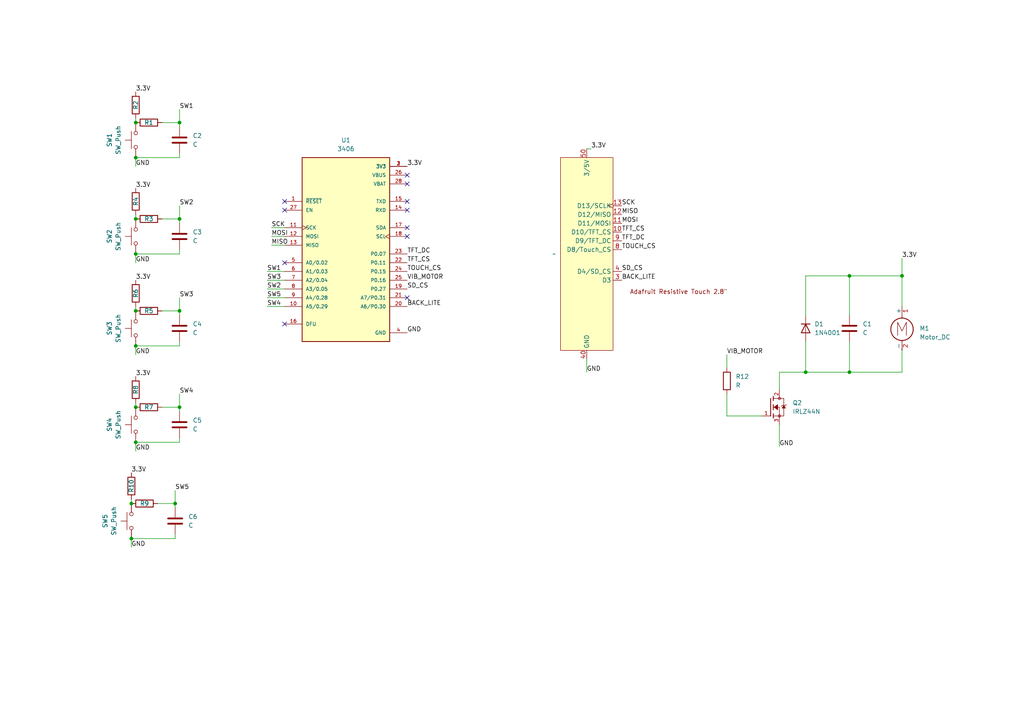
<source format=kicad_sch>
(kicad_sch (version 20231120) (generator "eeschema") (generator_version "8.0")
  (paper "A4")
  (title_block (title "Teamagotchi PCB") (date "2024-04-22") (rev "0.1"))
  (lib_symbols
    (symbol "3406:3406" (pin_names (offset 1.016))
      (property "Reference" "U1" (at 0 30.48 0))
      (property "Value" "3406" (at 0 27.94 0))
      (symbol "3406_0_0"
        (rectangle (start -12.7 -27.94) (end 12.7 25.4) (stroke (width 0.254)) (fill (type background)))
        (pin input line (at -17.78 12.7 0) (length 5.08) (name "~{RESET}") (number "1"))
        (pin bidirectional line (at -17.78 -17.78 0) (length 5.08) (name "A5/0.29") (number "10"))
        (pin input clock (at -17.78 5.08 0) (length 5.08) (name "SCK") (number "11"))
        (pin input line (at -17.78 2.54 0) (length 5.08) (name "MOSI") (number "12"))
        (pin output line (at -17.78 0 0) (length 5.08) (name "MISO") (number "13"))
        (pin input line (at 17.78 10.16 180) (length 5.08) (name "RXD") (number "14"))
        (pin output line (at 17.78 12.7 180) (length 5.08) (name "TXD") (number "15"))
        (pin passive line (at -17.78 -22.86 0) (length 5.08) (name "DFU") (number "16"))
        (pin bidirectional line (at 17.78 5.08 180) (length 5.08) (name "SDA") (number "17"))
        (pin input clock (at 17.78 2.54 180) (length 5.08) (name "SCL") (number "18"))
        (pin bidirectional line (at 17.78 -12.7 180) (length 5.08) (name "P0.27") (number "19"))
        (pin bidirectional line (at 17.78 -17.78 180) (length 5.08) (name "A6/P0.30") (number "20"))
        (pin bidirectional line (at 17.78 -15.24 180) (length 5.08) (name "A7/P0.31") (number "21"))
        (pin bidirectional line (at 17.78 -5.08 180) (length 5.08) (name "P0.11") (number "22"))
        (pin bidirectional line (at 17.78 -2.54 180) (length 5.08) (name "P0.07") (number "23"))
        (pin bidirectional line (at 17.78 -7.62 180) (length 5.08) (name "P0.15") (number "24"))
        (pin bidirectional line (at 17.78 -10.16 180) (length 5.08) (name "P0.16") (number "25"))
        (pin power_in line (at 17.78 20.32 180) (length 5.08) (name "VBUS") (number "26"))
        (pin input line (at -17.78 10.16 0) (length 5.08) (name "EN") (number "27"))
        (pin power_in line (at 17.78 17.78 180) (length 5.08) (name "VBAT") (number "28"))
        (pin power_in line (at 17.78 22.86 180) (length 5.08) (name "3V3") (number "3"))
        (pin bidirectional line (at -17.78 -5.08 0) (length 5.08) (name "A0/0.02") (number "5"))
        (pin bidirectional line (at -17.78 -7.62 0) (length 5.08) (name "A1/0.03") (number "6"))
        (pin bidirectional line (at -17.78 -10.16 0) (length 5.08) (name "A2/0.04") (number "7"))
        (pin bidirectional line (at -17.78 -12.7 0) (length 5.08) (name "A3/0.05") (number "8"))
        (pin bidirectional line (at -17.78 -15.24 0) (length 5.08) (name "A4/0.28") (number "9"))
      )
      (symbol "3406_1_0"
        (pin power_out line (at 17.78 22.86 180) (length 5.08) (name "3V3") (number "2"))
        (pin power_out line (at 17.78 -25.4 180) (length 5.08) (name "GND") (number "4"))
      )
    )
    (symbol "Device:C" (pin_numbers hide) (pin_names (offset 0.254))
      (property "Reference" "C" (at 0.635 2.54 0))
      (property "Value" "C" (at 0.635 -2.54 0))
      (symbol "C_0_1"
        (polyline (pts (xy -2.032 -0.762) (xy 2.032 -0.762)) (stroke (width 0.508)))
        (polyline (pts (xy -2.032 0.762) (xy 2.032 0.762)) (stroke (width 0.508)))
      )
      (symbol "C_1_1"
        (pin passive line (at 0 3.81 270) (length 2.794) (name "~") (number "1"))
        (pin passive line (at 0 -3.81 90) (length 2.794) (name "~") (number "2"))
      )
    )
    (symbol "Device:R" (pin_numbers hide) (pin_names (offset 0))
      (property "Reference" "R" (at 2.032 0 90))
      (property "Value" "R" (at 0 0 90))
      (symbol "R_0_1"
        (rectangle (start -1.016 -2.54) (end 1.016 2.54) (stroke (width 0.254)))
      )
      (symbol "R_1_1"
        (pin passive line (at 0 3.81 270) (length 1.27) (name "~") (number "1"))
        (pin passive line (at 0 -3.81 90) (length 1.27) (name "~") (number "2"))
      )
    )
    (symbol "Diode:1N4001" (pin_numbers hide) (pin_names hide)
      (property "Reference" "D" (at 0 2.54 0))
      (property "Value" "1N4001" (at 0 -2.54 0))
      (symbol "1N4001_0_1"
        (polyline (pts (xy -1.27 1.27) (xy -1.27 -1.27)) (stroke (width 0.254)))
        (polyline (pts (xy 1.27 0) (xy -1.27 0)))
        (polyline (pts (xy 1.27 1.27) (xy 1.27 -1.27) (xy -1.27 0) (xy 1.27 1.27)) (stroke (width 0.254)))
      )
      (symbol "1N4001_1_1"
        (pin passive line (at -3.81 0 0) (length 2.54) (name "K") (number "1"))
        (pin passive line (at 3.81 0 180) (length 2.54) (name "A") (number "2"))
      )
    )
    (symbol "Motor:Motor_DC" (pin_names (offset 0))
      (property "Reference" "M" (at 2.54 2.54 0))
      (property "Value" "Motor_DC" (at 2.54 -5.08 0))
      (symbol "Motor_DC_0_0"
        (polyline (pts (xy -1.27 -3.302) (xy -1.27 0.508) (xy 0 -2.032) (xy 1.27 0.508) (xy 1.27 -3.302)))
      )
      (symbol "Motor_DC_0_1"
        (circle (center 0 -1.524) (radius 3.2512) (stroke (width 0.254)))
        (polyline (pts (xy 0 -7.62) (xy 0 -7.112)))
        (polyline (pts (xy 0 -4.7752) (xy 0 -5.1816)))
        (polyline (pts (xy 0 1.7272) (xy 0 2.0828)))
        (polyline (pts (xy 0 2.032) (xy 0 2.54)))
      )
      (symbol "Motor_DC_1_1"
        (pin passive line (at 0 5.08 270) (length 2.54) (name "+") (number "1"))
        (pin passive line (at 0 -7.62 90) (length 2.54) (name "-") (number "2"))
      )
    )
    (symbol "Switch:SW_Push" (pin_numbers hide) (pin_names (offset 1.016) hide)
      (property "Reference" "SW" (at 1.27 2.54 0))
      (property "Value" "SW_Push" (at 0 -1.524 0))
      (symbol "SW_Push_0_1"
        (circle (center -2.032 0) (radius 0.508))
        (polyline (pts (xy 0 1.27) (xy 0 3.048)))
        (polyline (pts (xy 2.54 1.27) (xy -2.54 1.27)))
        (circle (center 2.032 0) (radius 0.508))
        (pin passive line (at -5.08 0 0) (length 2.54) (name "1") (number "1"))
        (pin passive line (at 5.08 0 180) (length 2.54) (name "2") (number "2"))
      )
    )
    (symbol "dispaly:display-2.8{dblquote}"
      (symbol "display-2.8{dblquote}_1_0"
        (pin input line (at 10.16 6.35 180) (length 2.54) (name "D10/TFT_CS") (number "10"))
        (pin output line (at 10.16 8.89 180) (length 2.54) (name "D11/MOSI") (number "11"))
        (pin input line (at 10.16 11.43 180) (length 2.54) (name "D12/MISO") (number "12"))
        (pin output clock (at 10.16 13.97 180) (length 2.54) (name "D13/SCLK") (number "13"))
        (pin input line (at 10.16 -5.08 180) (length 2.54) (name "D4/SD_CS") (number "4"))
        (pin power_in line (at 0 -30.48 90) (length 2.54) (name "GND") (number "40"))
        (pin power_in line (at 0 30.48 270) (length 2.54) (name "3/5V") (number "50"))
        (pin input line (at 10.16 1.27 180) (length 2.54) (name "D8/Touch_CS") (number "8"))
        (pin input line (at 10.16 3.81 180) (length 2.54) (name "D9/TFT_DC") (number "9"))
      )
      (symbol "display-2.8{dblquote}_1_1"
        (rectangle (start -7.62 27.94) (end 7.62 -27.94) (fill (type background)))
        (text "Adafruit Resistive Touch 2.8\"" (at 26.67 -10.922 0) (effects (font (size 1.27 1.27))))
        (pin input line (at 10.16 -7.62 180) (length 2.54) (name "D3") (number "3"))
      )
    )
    (symbol "symbols:IRLZ44N" (pin_names (offset 1.016))
      (property "Reference" "Q" (at -8.89 2.54 0))
      (property "Value" "IRLZ44N" (at -8.89 -7.62 0))
      (symbol "IRLZ44N_0_0"
        (polyline (pts (xy 0 2.54) (xy 0 -2.54)) (stroke (width 0.254)))
        (polyline (pts (xy 0.762 -2.54) (xy 0.762 -3.175)) (stroke (width 0.254)))
        (polyline (pts (xy 0.762 -1.905) (xy 0.762 -2.54)) (stroke (width 0.254)))
        (polyline (pts (xy 0.762 0) (xy 0.762 -0.762)) (stroke (width 0.254)))
        (polyline (pts (xy 0.762 0) (xy 2.54 0)) (stroke (width 0.1524)))
        (polyline (pts (xy 0.762 0.762) (xy 0.762 0)) (stroke (width 0.254)))
        (polyline (pts (xy 0.762 2.54) (xy 0.762 1.905)) (stroke (width 0.254)))
        (polyline (pts (xy 0.762 2.54) (xy 3.81 2.54)) (stroke (width 0.1524)))
        (polyline (pts (xy 0.762 3.175) (xy 0.762 2.54)) (stroke (width 0.254)))
        (polyline (pts (xy 2.54 -2.54) (xy 0.762 -2.54)) (stroke (width 0.1524)))
        (polyline (pts (xy 2.54 -2.54) (xy 3.81 -2.54)) (stroke (width 0.1524)))
        (polyline (pts (xy 2.54 0) (xy 2.54 -2.54)) (stroke (width 0.1524)))
        (polyline (pts (xy 3.302 0.508) (xy 3.048 0.254)) (stroke (width 0.1524)))
        (polyline (pts (xy 3.81 0.508) (xy 3.302 0.508)) (stroke (width 0.1524)))
        (polyline (pts (xy 3.81 0.508) (xy 3.81 -2.54)) (stroke (width 0.1524)))
        (polyline (pts (xy 3.81 2.54) (xy 3.81 0.508)) (stroke (width 0.1524)))
        (polyline (pts (xy 4.318 0.508) (xy 3.81 0.508)) (stroke (width 0.1524)))
        (polyline (pts (xy 4.572 0.762) (xy 4.318 0.508)) (stroke (width 0.1524)))
        (polyline (pts (xy 1.016 0) (xy 2.032 0.762) (xy 2.032 -0.762) (xy 1.016 0)) (stroke (width 0.1524)) (fill (type outline)))
        (polyline (pts (xy 3.81 0.508) (xy 3.302 -0.254) (xy 4.318 -0.254) (xy 3.81 0.508)) (stroke (width 0.1524)) (fill (type outline)))
        (circle (center 2.54 -2.54) (radius 0.3592))
        (circle (center 2.54 2.54) (radius 0.3592))
        (pin passive line (at -2.54 -2.54 0) (length 2.54) (name "~") (number "1"))
        (pin passive line (at 2.54 5.08 270) (length 2.54) (name "~") (number "2"))
        (pin passive line (at 2.54 -5.08 90) (length 2.54) (name "~") (number "3"))
      )
    )
  )
  (junction (at 39.37 90.17))
  (junction (at 50.8 146.05))
  (junction (at 39.37 73.66))
  (junction (at 38.1 156.21))
  (junction (at 52.07 35.56))
  (junction (at 39.37 63.5))
  (junction (at 52.07 63.5))
  (junction (at 52.07 90.17))
  (junction (at 38.1 146.05))
  (junction (at 233.68 107.95))
  (junction (at 39.37 128.27))
  (junction (at 39.37 118.11))
  (junction (at 39.37 100.33))
  (junction (at 39.37 45.72))
  (junction (at 39.37 35.56))
  (junction (at 52.07 118.11))
  (junction (at 261.62 80.01))
  (junction (at 246.38 107.95))
  (junction (at 246.38 80.01))
  (no_connect (at 118.11 58.42))
  (no_connect (at 118.11 66.04))
  (no_connect (at 82.55 60.96))
  (no_connect (at 118.11 86.36))
  (no_connect (at 82.55 58.42))
  (no_connect (at 118.11 53.34))
  (no_connect (at 118.11 60.96))
  (no_connect (at 82.55 93.98))
  (no_connect (at 82.55 76.2))
  (no_connect (at 118.11 50.8))
  (no_connect (at 118.11 68.58))
  (wire (pts (xy 39.37 128.27) (xy 52.07 128.27)))
  (wire (pts (xy 261.62 80.01) (xy 246.38 80.01)))
  (wire (pts (xy 39.37 73.66) (xy 52.07 73.66)))
  (wire (pts (xy 46.99 35.56) (xy 52.07 35.56)))
  (wire (pts (xy 39.37 62.23) (xy 39.37 63.5)))
  (wire (pts (xy 77.47 86.36) (xy 82.55 86.36)))
  (wire (pts (xy 52.07 63.5) (xy 52.07 64.77)))
  (wire (pts (xy 38.1 156.21) (xy 50.8 156.21)))
  (wire (pts (xy 52.07 118.11) (xy 52.07 119.38)))
  (wire (pts (xy 39.37 45.72) (xy 39.37 48.26)))
  (wire (pts (xy 39.37 88.9) (xy 39.37 90.17)))
  (wire (pts (xy 45.72 146.05) (xy 50.8 146.05)))
  (wire (pts (xy 46.99 118.11) (xy 52.07 118.11)))
  (wire (pts (xy 261.62 80.01) (xy 261.62 88.9)))
  (wire (pts (xy 52.07 59.69) (xy 52.07 63.5)))
  (wire (pts (xy 50.8 142.24) (xy 50.8 146.05)))
  (wire (pts (xy 78.74 68.58) (xy 82.55 68.58)))
  (wire (pts (xy 39.37 45.72) (xy 52.07 45.72)))
  (wire (pts (xy 52.07 44.45) (xy 52.07 45.72)))
  (wire (pts (xy 78.74 71.12) (xy 82.55 71.12)))
  (wire (pts (xy 261.62 74.93) (xy 261.62 80.01)))
  (wire (pts (xy 233.68 80.01) (xy 233.68 91.44)))
  (wire (pts (xy 52.07 99.06) (xy 52.07 100.33)))
  (wire (pts (xy 246.38 80.01) (xy 233.68 80.01)))
  (wire (pts (xy 170.18 43.18) (xy 171.45 43.18)))
  (wire (pts (xy 39.37 100.33) (xy 52.07 100.33)))
  (wire (pts (xy 52.07 86.36) (xy 52.07 90.17)))
  (wire (pts (xy 246.38 80.01) (xy 246.38 91.44)))
  (wire (pts (xy 52.07 72.39) (xy 52.07 73.66)))
  (wire (pts (xy 210.82 102.87) (xy 210.82 106.68)))
  (wire (pts (xy 39.37 116.84) (xy 39.37 118.11)))
  (wire (pts (xy 52.07 114.3) (xy 52.07 118.11)))
  (wire (pts (xy 77.47 88.9) (xy 82.55 88.9)))
  (wire (pts (xy 233.68 107.95) (xy 246.38 107.95)))
  (wire (pts (xy 78.74 66.04) (xy 82.55 66.04)))
  (wire (pts (xy 77.47 83.82) (xy 82.55 83.82)))
  (wire (pts (xy 52.07 90.17) (xy 52.07 91.44)))
  (wire (pts (xy 50.8 146.05) (xy 50.8 147.32)))
  (wire (pts (xy 246.38 99.06) (xy 246.38 107.95)))
  (wire (pts (xy 226.06 107.95) (xy 233.68 107.95)))
  (wire (pts (xy 233.68 99.06) (xy 233.68 107.95)))
  (wire (pts (xy 39.37 34.29) (xy 39.37 35.56)))
  (wire (pts (xy 52.07 127) (xy 52.07 128.27)))
  (wire (pts (xy 46.99 63.5) (xy 52.07 63.5)))
  (wire (pts (xy 38.1 156.21) (xy 38.1 158.75)))
  (wire (pts (xy 52.07 31.75) (xy 52.07 35.56)))
  (wire (pts (xy 210.82 114.3) (xy 210.82 120.65)))
  (wire (pts (xy 38.1 144.78) (xy 38.1 146.05)))
  (wire (pts (xy 170.18 104.14) (xy 170.18 107.95)))
  (wire (pts (xy 226.06 113.03) (xy 226.06 107.95)))
  (wire (pts (xy 77.47 81.28) (xy 82.55 81.28)))
  (wire (pts (xy 39.37 73.66) (xy 39.37 76.2)))
  (wire (pts (xy 77.47 78.74) (xy 82.55 78.74)))
  (wire (pts (xy 39.37 128.27) (xy 39.37 130.81)))
  (wire (pts (xy 226.06 129.54) (xy 226.06 123.19)))
  (wire (pts (xy 46.99 90.17) (xy 52.07 90.17)))
  (wire (pts (xy 39.37 100.33) (xy 39.37 102.87)))
  (wire (pts (xy 210.82 120.65) (xy 220.98 120.65)))
  (wire (pts (xy 261.62 107.95) (xy 261.62 101.6)))
  (wire (pts (xy 246.38 107.95) (xy 261.62 107.95)))
  (wire (pts (xy 52.07 35.56) (xy 52.07 36.83)))
  (wire (pts (xy 50.8 154.94) (xy 50.8 156.21)))
  (label "3.3V" (at 39.37 81.28 0))
  (label "3.3V" (at 39.37 54.61 0))
  (label "3.3V" (at 38.1 137.16 0))
  (label "SW1" (at 52.07 31.75 0))
  (label "TFT_CS" (at 180.34 67.31 0))
  (label "SCK" (at 180.34 59.69 0))
  (label "SW3" (at 52.07 86.36 0))
  (label "GND" (at 39.37 102.87 0))
  (label "MISO" (at 78.74 71.12 0))
  (label "GND" (at 39.37 130.81 0))
  (label "3.3V" (at 118.11 48.26 0))
  (label "GND" (at 118.11 96.52 0))
  (label "MISO" (at 180.34 62.23 0))
  (label "BACK_LITE" (at 118.11 88.9 0))
  (label "3.3V" (at 39.37 26.67 0))
  (label "MOSI" (at 180.34 64.77 0))
  (label "SW1" (at 77.47 78.74 0))
  (label "3.3V" (at 39.37 109.22 0))
  (label "GND" (at 38.1 158.75 0))
  (label "SD_CS" (at 118.11 83.82 0))
  (label "GND" (at 39.37 48.26 0))
  (label "SW2" (at 52.07 59.69 0))
  (label "SW3" (at 77.47 81.28 0))
  (label "SW4" (at 77.47 88.9 0))
  (label "VIB_MOTOR" (at 118.11 81.28 0))
  (label "SCK" (at 78.74 66.04 0))
  (label "3.3V" (at 261.62 74.93 0))
  (label "SW5" (at 50.8 142.24 0))
  (label "GND" (at 170.18 107.95 0))
  (label "MOSI" (at 78.74 68.58 0))
  (label "GND" (at 39.37 76.2 0))
  (label "3.3V" (at 171.45 43.18 0))
  (label "GND" (at 226.06 129.54 0))
  (label "SW5" (at 77.47 86.36 0))
  (label "SD_CS" (at 180.34 78.74 0))
  (label "VIB_MOTOR" (at 210.82 102.87 0))
  (label "SW2" (at 77.47 83.82 0))
  (label "TFT_DC" (at 118.11 73.66 0))
  (label "TOUCH_CS" (at 180.34 72.39 0))
  (label "SW4" (at 52.07 114.3 0))
  (label "TFT_DC" (at 180.34 69.85 0))
  (label "BACK_LITE" (at 180.34 81.28 0))
  (label "TOUCH_CS" (at 118.11 78.74 0))
  (label "TFT_CS" (at 118.11 76.2 0))
  (symbol (lib_id "Switch:SW_Push") (at 39.37 40.64 90) (unit 1)
    (property "Reference" "SW1" (at 31.75 40.64 0))
    (property "Value" "SW_Push" (at 34.29 40.64 0))
    (property "Footprint" "Button_Switch_THT:SW_SPST_Omron_B3F-40xx" (effects (hide yes)))
    (property "Description" "Push button switch, generic, two pins" (effects (hide yes)))
  )
  (symbol (lib_id "Device:R") (at 43.18 90.17 270) (unit 1)
    (property "Reference" "R5" (at 43.18 90.17 90))
    (property "Value" "R" (effects (hide yes)))
    (property "Footprint" "Resistor_THT:R_Axial_DIN0204_L3.6mm_D1.6mm_P7.62mm_Horizontal" (effects (hide yes)))
    (property "Description" "Resistor" (effects (hide yes)))
  )
  (symbol (lib_id "Switch:SW_Push") (at 39.37 123.19 90) (unit 1)
    (property "Reference" "SW4" (at 31.75 123.19 0))
    (property "Value" "SW_Push" (at 34.29 123.19 0))
    (property "Footprint" "Button_Switch_THT:SW_SPST_Omron_B3F-40xx" (effects (hide yes)))
    (property "Description" "Push button switch, generic, two pins" (effects (hide yes)))
  )
  (symbol (lib_id "Device:R") (at 38.1 140.97 0) (unit 1)
    (property "Reference" "R10" (at 38.1 140.97 90))
    (property "Value" "R" (effects (hide yes)))
    (property "Footprint" "Resistor_THT:R_Axial_DIN0204_L3.6mm_D1.6mm_P7.62mm_Horizontal" (effects (hide yes)))
    (property "Description" "Resistor" (effects (hide yes)))
  )
  (symbol (lib_id "Device:C") (at 52.07 40.64 0) (unit 1)
    (property "Reference" "C2" (at 55.88 39.3699 0) (effects (justify left)))
    (property "Value" "C" (at 55.88 41.9099 0) (effects (justify left)))
    (property "Footprint" "Capacitor_THT:C_Disc_D3.0mm_W1.6mm_P2.50mm" (effects (hide yes)))
    (property "Description" "Unpolarized capacitor" (effects (hide yes)))
  )
  (symbol (lib_id "dispaly:display-2.8{dblquote}") (at 170.18 73.66 0) (unit 1)
    (property "Reference" "TFT1" (effects (hide yes)))
    (property "Value" "~" (at 161.29 73.66 0) (effects (justify right)))
    (property "Footprint" "Library:Display-2.8" (effects (hide yes)))
  )
  (symbol (lib_id "Device:R") (at 39.37 113.03 0) (unit 1)
    (property "Reference" "R8" (at 39.37 113.03 90))
    (property "Value" "R" (effects (hide yes)))
    (property "Footprint" "Resistor_THT:R_Axial_DIN0204_L3.6mm_D1.6mm_P7.62mm_Horizontal" (effects (hide yes)))
    (property "Description" "Resistor" (effects (hide yes)))
  )
  (symbol (lib_id "Device:R") (at 41.91 146.05 270) (unit 1)
    (property "Reference" "R9" (at 41.91 146.05 90))
    (property "Value" "R" (effects (hide yes)))
    (property "Footprint" "Resistor_THT:R_Axial_DIN0204_L3.6mm_D1.6mm_P7.62mm_Horizontal" (effects (hide yes)))
    (property "Description" "Resistor" (effects (hide yes)))
  )
  (symbol (lib_id "Device:R") (at 39.37 30.48 0) (unit 1)
    (property "Reference" "R2" (at 39.37 30.48 90))
    (property "Value" "R" (effects (hide yes)))
    (property "Footprint" "Resistor_THT:R_Axial_DIN0204_L3.6mm_D1.6mm_P7.62mm_Horizontal" (effects (hide yes)))
    (property "Description" "Resistor" (effects (hide yes)))
  )
  (symbol (lib_id "Diode:1N4001") (at 233.68 95.25 270) (unit 1)
    (property "Reference" "D1" (at 236.22 93.9799 90) (effects (justify left)))
    (property "Value" "1N4001" (at 236.22 96.5199 90) (effects (justify left)))
    (property "Footprint" "Diode_THT:D_DO-41_SOD81_P10.16mm_Horizontal" (effects (hide yes)))
    (property "Datasheet" "http://www.vishay.com/docs/88503/1n4001.pdf" (effects (hide yes)))
    (property "Description" "50V 1A General Purpose Rectifier Diode, DO-41" (effects (hide yes)))
    (property "Sim.Device" "D" (effects (hide yes)))
    (property "Sim.Pins" "1=K 2=A" (effects (hide yes)))
  )
  (symbol (lib_id "Device:C") (at 50.8 151.13 0) (unit 1)
    (property "Reference" "C6" (at 54.61 149.8599 0) (effects (justify left)))
    (property "Value" "C" (at 54.61 152.3999 0) (effects (justify left)))
    (property "Footprint" "Capacitor_THT:C_Disc_D3.0mm_W1.6mm_P2.50mm" (effects (hide yes)))
    (property "Description" "Unpolarized capacitor" (effects (hide yes)))
  )
  (symbol (lib_id "Device:C") (at 246.38 95.25 0) (unit 1)
    (property "Reference" "C1" (at 250.19 93.9799 0) (effects (justify left)))
    (property "Value" "C" (at 250.19 96.5199 0) (effects (justify left)))
    (property "Footprint" "Capacitor_THT:C_Disc_D3.0mm_W1.6mm_P2.50mm" (effects (hide yes)))
    (property "Description" "Unpolarized capacitor" (effects (hide yes)))
  )
  (symbol (lib_id "Device:R") (at 43.18 35.56 270) (unit 1)
    (property "Reference" "R1" (at 43.18 35.56 90))
    (property "Value" "R" (effects (hide yes)))
    (property "Footprint" "Resistor_THT:R_Axial_DIN0204_L3.6mm_D1.6mm_P7.62mm_Horizontal" (effects (hide yes)))
    (property "Description" "Resistor" (effects (hide yes)))
  )
  (symbol (lib_id "Device:R") (at 39.37 58.42 0) (unit 1)
    (property "Reference" "R4" (at 39.37 58.42 90))
    (property "Value" "R" (effects (hide yes)))
    (property "Footprint" "Resistor_THT:R_Axial_DIN0204_L3.6mm_D1.6mm_P7.62mm_Horizontal" (effects (hide yes)))
    (property "Description" "Resistor" (effects (hide yes)))
  )
  (symbol (lib_id "Device:C") (at 52.07 123.19 0) (unit 1)
    (property "Reference" "C5" (at 55.88 121.9199 0) (effects (justify left)))
    (property "Value" "C" (at 55.88 124.4599 0) (effects (justify left)))
    (property "Footprint" "Capacitor_THT:C_Disc_D3.0mm_W1.6mm_P2.50mm" (effects (hide yes)))
    (property "Description" "Unpolarized capacitor" (effects (hide yes)))
  )
  (symbol (lib_id "Device:C") (at 52.07 95.25 0) (unit 1)
    (property "Reference" "C4" (at 55.88 93.9799 0) (effects (justify left)))
    (property "Value" "C" (at 55.88 96.5199 0) (effects (justify left)))
    (property "Footprint" "Capacitor_THT:C_Disc_D3.0mm_W1.6mm_P2.50mm" (effects (hide yes)))
    (property "Description" "Unpolarized capacitor" (effects (hide yes)))
  )
  (symbol (lib_id "Device:R") (at 43.18 63.5 270) (unit 1)
    (property "Reference" "R3" (at 43.18 63.5 90))
    (property "Value" "R" (effects (hide yes)))
    (property "Footprint" "Resistor_THT:R_Axial_DIN0204_L3.6mm_D1.6mm_P7.62mm_Horizontal" (effects (hide yes)))
    (property "Description" "Resistor" (effects (hide yes)))
  )
  (symbol (lib_id "3406:3406") (at 100.33 71.12 0) (unit 1)
    (property "Reference" "U1" (at 100.33 40.64 0))
    (property "Value" "3406" (at 100.33 43.18 0))
    (property "Footprint" "Library:MODULE_3406" (effects (hide yes)))
    (property "MF" "Adafruit" (effects (hide yes)))
    (property "MAXIMUM_PACKAGE_HEIGHT" "N/A" (effects (hide yes)))
    (property "Package" "None" (effects (hide yes)))
    (property "Price" "None" (effects (hide yes)))
    (property "Check_prices" "https://www.snapeda.com/parts/3406/Adafruit+Industries/view-part/?ref=eda" (effects (hide yes)))
    (property "STANDARD" "Manufacturer Recommendations" (effects (hide yes)))
    (property "PARTREV" "G" (effects (hide yes)))
    (property "SnapEDA_Link" "https://www.snapeda.com/parts/3406/Adafruit+Industries/view-part/?ref=snap" (effects (hide yes)))
    (property "MP" "3406" (effects (hide yes)))
    (property "Purchase-URL" "https://www.snapeda.com/api/url_track_click_mouser/?unipart_id=6310552&manufacturer=Adafruit&part_name=3406&search_term=nrf52 feather" (effects (hide yes)))
    (property "Description_1" "\nAdafruit Feather nRF52 Bluefruit LE | Adafruit Industries 3406\n" (effects (hide yes)))
    (property "SNAPEDA_PN" "3406" (effects (hide yes)))
    (property "Availability" "In Stock" (effects (hide yes)))
    (property "MANUFACTURER" "Adafruit" (effects (hide yes)))
  )
  (symbol (lib_id "Switch:SW_Push") (at 39.37 95.25 90) (unit 1)
    (property "Reference" "SW3" (at 31.75 95.25 0))
    (property "Value" "SW_Push" (at 34.29 95.25 0))
    (property "Footprint" "Button_Switch_THT:SW_SPST_Omron_B3F-40xx" (effects (hide yes)))
    (property "Description" "Push button switch, generic, two pins" (effects (hide yes)))
  )
  (symbol (lib_id "Device:R") (at 43.18 118.11 270) (unit 1)
    (property "Reference" "R7" (at 43.18 118.11 90))
    (property "Value" "R" (effects (hide yes)))
    (property "Footprint" "Resistor_THT:R_Axial_DIN0204_L3.6mm_D1.6mm_P7.62mm_Horizontal" (effects (hide yes)))
    (property "Description" "Resistor" (effects (hide yes)))
  )
  (symbol (lib_id "Motor:Motor_DC") (at 261.62 93.98 0) (unit 1)
    (property "Reference" "M1" (at 266.7 95.2499 0) (effects (justify left)))
    (property "Value" "Motor_DC" (at 266.7 97.7899 0) (effects (justify left)))
    (property "Footprint" "Connector_Molex:Molex_MicroClasp_55932-0210_1x02_P2.00mm_Vertical" (effects (hide yes)))
    (property "Description" "DC Motor" (effects (hide yes)))
  )
  (symbol (lib_id "Switch:SW_Push") (at 39.37 68.58 90) (unit 1)
    (property "Reference" "SW2" (at 31.75 68.58 0))
    (property "Value" "SW_Push" (at 34.29 68.58 0))
    (property "Footprint" "Button_Switch_THT:SW_SPST_Omron_B3F-40xx" (effects (hide yes)))
    (property "Description" "Push button switch, generic, two pins" (effects (hide yes)))
  )
  (symbol (lib_id "symbols:IRLZ44N") (at 223.52 118.11 0) (unit 1)
    (property "Reference" "Q2" (at 229.87 116.8399 0) (effects (justify left)))
    (property "Value" "IRLZ44N" (at 229.87 119.3799 0) (effects (justify left)))
    (property "Footprint" "Library:IRLZ44N" (effects (hide yes)))
    (property "MF" "Infineon Technologies" (effects (hide yes)))
    (property "MAXIMUM_PACKAGE_HEIGHT" "19.3mm" (effects (hide yes)))
    (property "Package" "TO-220 Infineon" (effects (hide yes)))
    (property "Price" "None" (effects (hide yes)))
    (property "Check_prices" "https://www.snapeda.com/parts/IRLZ44N/Infineon+Technologies/view-part/?ref=eda" (effects (hide yes)))
    (property "STANDARD" "IPC-7351B" (effects (hide yes)))
    (property "PARTREV" "11/11/03" (effects (hide yes)))
    (property "SnapEDA_Link" "https://www.snapeda.com/parts/IRLZ44N/Infineon+Technologies/view-part/?ref=snap" (effects (hide yes)))
    (property "MP" "IRLZ44N" (effects (hide yes)))
    (property "Purchase-URL" "https://www.snapeda.com/api/url_track_click_mouser/?unipart_id=1618993&manufacturer=Infineon Technologies&part_name=IRLZ44N&search_term=None" (effects (hide yes)))
    (property "Description_1" "\nN-Channel 55 V 47A (Tc) 3.8W (Ta), 110W (Tc) Surface Mount D2PAK\n" (effects (hide yes)))
    (property "Availability" "In Stock" (effects (hide yes)))
    (property "MANUFACTURER" "Infineon" (effects (hide yes)))
  )
  (symbol (lib_id "Device:R") (at 210.82 110.49 0) (unit 1)
    (property "Reference" "R12" (at 213.36 109.2199 0) (effects (justify left)))
    (property "Value" "R" (at 213.36 111.7599 0) (effects (justify left)))
    (property "Footprint" "Resistor_THT:R_Axial_DIN0204_L3.6mm_D1.6mm_P7.62mm_Horizontal" (effects (hide yes)))
    (property "Description" "Resistor" (effects (hide yes)))
  )
  (symbol (lib_id "Device:R") (at 39.37 85.09 0) (unit 1)
    (property "Reference" "R6" (at 39.37 85.09 90))
    (property "Value" "R" (effects (hide yes)))
    (property "Footprint" "Resistor_THT:R_Axial_DIN0204_L3.6mm_D1.6mm_P7.62mm_Horizontal" (effects (hide yes)))
    (property "Description" "Resistor" (effects (hide yes)))
  )
  (symbol (lib_id "Device:C") (at 52.07 68.58 0) (unit 1)
    (property "Reference" "C3" (at 55.88 67.3099 0) (effects (justify left)))
    (property "Value" "C" (at 55.88 69.8499 0) (effects (justify left)))
    (property "Footprint" "Capacitor_THT:C_Disc_D3.0mm_W1.6mm_P2.50mm" (effects (hide yes)))
    (property "Description" "Unpolarized capacitor" (effects (hide yes)))
  )
  (symbol (lib_id "Switch:SW_Push") (at 38.1 151.13 90) (unit 1)
    (property "Reference" "SW5" (at 30.48 151.13 0))
    (property "Value" "SW_Push" (at 33.02 151.13 0))
    (property "Footprint" "Button_Switch_THT:SW_SPST_Omron_B3F-40xx" (effects (hide yes)))
    (property "Description" "Push button switch, generic, two pins" (effects (hide yes)))
  )
)
</source>
